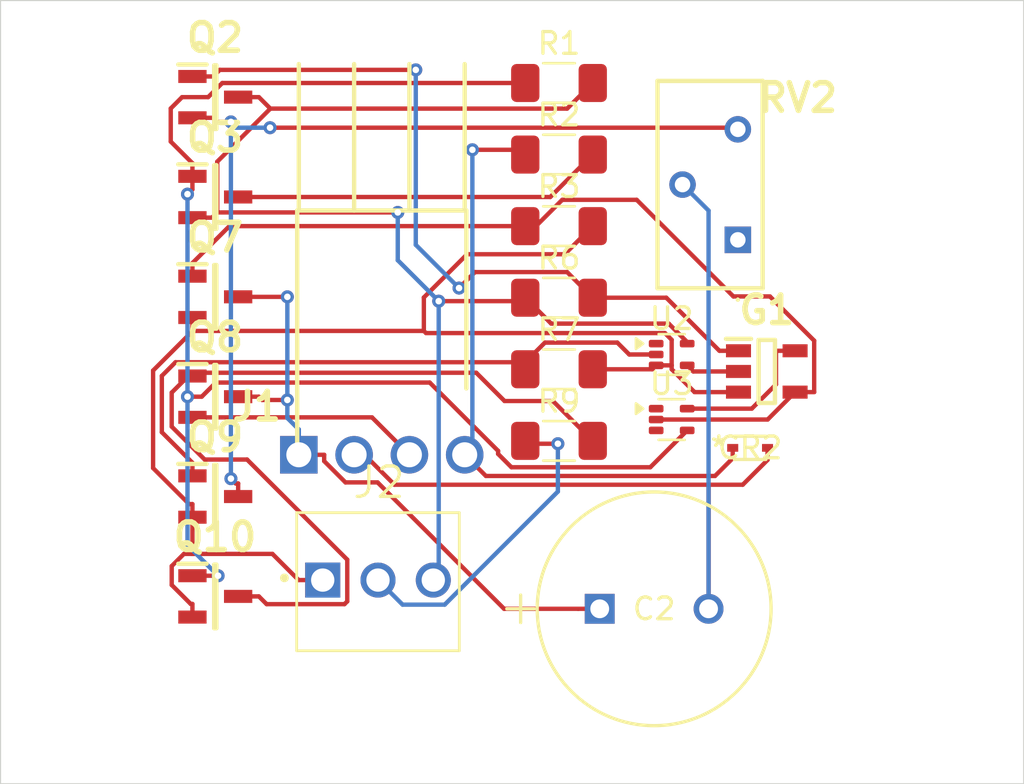
<source format=kicad_pcb>
(kicad_pcb (version 20241229) (generator "pcbnew") (generator_version "9.0")
  (layers (0 "F.Cu" signal) (2 "B.Cu" signal) (13 "F.Paste" user) (15 "B.Paste" user) (5 "F.SilkS" user "F.Silkscreen") (7 "B.SilkS" user "B.Silkscreen") (1 "F.Mask" user) (3 "B.Mask" user) (25 "Edge.Cuts" user))
  (net 0 "")
  (net 1 "V_cap+")
  (net 2 "V_cap-")
  (net 3 "Net-(RV2-CW)")
  (net 4 "C_Down")
  (net 5 "A0")
  (net 6 "Net-(G1-Pad2)")
  (net 7 "A3")
  (net 8 "GND")
  (net 9 "+5V")
  (net 10 "+12V")
  (net 11 "C_Up")
  (net 12 "A2")
  (net 13 "Net-(Q3-Pad3)")
  (net 14 "Vgate_enable")
  (net 15 "A1")
  (footprint "Package_TO_SOT_SMD:SOT-553" (layer "F.Cu") (at 94.83 40.77)
    (property "Reference" "U2" (at 0 -1.65 0) (layer "F.SilkS"))
    (property "Value" "74LVC1GU04DRL")
    (fp_line (start 0 -0.935) (end -0.6 -0.935) (stroke (width 0.12)) (layer "F.SilkS"))
    (fp_line (start 0 -0.935) (end 0.6 -0.935) (stroke (width 0.12)) (layer "F.SilkS"))
    (fp_line (start 0 0.935) (end -0.6 0.935) (stroke (width 0.12)) (layer "F.SilkS"))
    (fp_line (start 0 0.935) (end 0.6 0.935) (stroke (width 0.12)) (layer "F.SilkS"))
    (fp_poly (pts (xy -1.31 -0.5) (xy -1.64 -0.74) (xy -1.64 -0.26) (xy -1.31 -0.5)) (stroke (width 0.12)) (fill yes) (layer "F.SilkS"))
    (pad "1" smd roundrect (at -0.7125 -0.5) (size 0.675 0.35) (layers "F.Cu" "F.Mask" "F.Paste"))
    (pad "2" smd roundrect (at -0.7125 0) (size 0.675 0.35) (layers "F.Cu" "F.Mask" "F.Paste") (net 15 "A1"))
    (pad "3" smd roundrect (at -0.7125 0.5) (size 0.675 0.35) (layers "F.Cu" "F.Mask" "F.Paste") (net 8 "GND"))
    (pad "4" smd roundrect (at 0.7125 0.5) (size 0.675 0.35) (layers "F.Cu" "F.Mask" "F.Paste") (net 6 "Net-(G1-Pad2)"))
    (pad "5" smd roundrect (at 0.7125 -0.5) (size 0.675 0.35) (layers "F.Cu" "F.Mask" "F.Paste") (net 9 "+5V"))
  )
  (footprint "Package_TO_SOT_SMD:SOT-553" (layer "F.Cu") (at 94.83 43.76)
    (property "Reference" "U3" (at 0 -1.65 0) (layer "F.SilkS"))
    (property "Value" "74LVC1GU04DRL")
    (fp_line (start 0 -0.935) (end -0.6 -0.935) (stroke (width 0.12)) (layer "F.SilkS"))
    (fp_line (start 0 -0.935) (end 0.6 -0.935) (stroke (width 0.12)) (layer "F.SilkS"))
    (fp_line (start 0 0.935) (end -0.6 0.935) (stroke (width 0.12)) (layer "F.SilkS"))
    (fp_line (start 0 0.935) (end 0.6 0.935) (stroke (width 0.12)) (layer "F.SilkS"))
    (fp_poly (pts (xy -1.31 -0.5) (xy -1.64 -0.74) (xy -1.64 -0.26) (xy -1.31 -0.5)) (stroke (width 0.12)) (fill yes) (layer "F.SilkS"))
    (pad "1" smd roundrect (at -0.7125 -0.5) (size 0.675 0.35) (layers "F.Cu" "F.Mask" "F.Paste"))
    (pad "2" smd roundrect (at -0.7125 0) (size 0.675 0.35) (layers "F.Cu" "F.Mask" "F.Paste") (net 7 "A3"))
    (pad "3" smd roundrect (at -0.7125 0.5) (size 0.675 0.35) (layers "F.Cu" "F.Mask" "F.Paste"))
    (pad "4" smd roundrect (at 0.7125 0.5) (size 0.675 0.35) (layers "F.Cu" "F.Mask" "F.Paste") (net 12 "A2"))
    (pad "5" smd roundrect (at 0.7125 -0.5) (size 0.675 0.35) (layers "F.Cu" "F.Mask" "F.Paste") (net 9 "+5V"))
  )
  (footprint "594-MAL204835102E3:CAP_038RSU_10X20X.6_VIS" (layer "F.Cu") (at 91.5253 52.4603)
    (property "Reference" "C2" (at 2.5 0 0) (layer "F.SilkS"))
    (property "Value" "MAL204835102E3")
    (fp_line (start -4.2691 0) (end -2.9991 0) (stroke (width 0.1524)) (layer "F.SilkS"))
    (fp_line (start -3.6341 -0.635) (end -3.6341 0.635) (stroke (width 0.1524)) (layer "F.SilkS"))
    (fp_circle (center 2.5 0) (end 7.8721 0) (stroke (width 0.1524)) (fill no) (layer "F.SilkS"))
    (pad "1" thru_hole rect (at 0 0) (size 1.3716 1.3716) (drill 0.8636) (layers "*.Cu" "*.Mask") (net 2 "V_cap-"))
    (pad "2" thru_hole circle (at 5 0) (size 1.3716 1.3716) (drill 0.8636) (layers "*.Cu" "*.Mask") (net 1 "V_cap+"))
  )
  (footprint "EPSA_lib:SOT95P237X112-3N" (layer "F.Cu") (at 73.865 51.89)
    (property "Reference" "Q10" (at -0.013584 -2.730562 0) (layer "F.SilkS") (effects (font (size 1.27 1.27) (thickness 0.254))))
    (property "Value" "NMOS SQ2348ES-T1_GE3" (hide yes))
    (fp_line (start -1.7 -1.5) (end -0.4 -1.5) (stroke (width 0.2)) (layer "F.SilkS"))
    (fp_line (start -0.05 -1.46) (end 0.05 -1.46) (stroke (width 0.2)) (layer "F.SilkS"))
    (fp_line (start -0.05 1.46) (end -0.05 -1.46) (stroke (width 0.2)) (layer "F.SilkS"))
    (fp_line (start 0.05 -1.46) (end 0.05 1.46) (stroke (width 0.2)) (layer "F.SilkS"))
    (fp_line (start 0.05 1.46) (end -0.05 1.46) (stroke (width 0.2)) (layer "F.SilkS"))
    (pad "1" smd rect (at -1.05 -0.95 90) (size 0.6 1.3) (layers "F.Cu" "F.Mask" "F.Paste") (net 12 "A2"))
    (pad "2" smd rect (at -1.05 0.95 90) (size 0.6 1.3) (layers "F.Cu" "F.Mask" "F.Paste") (net 8 "GND"))
    (pad "3" smd rect (at 1.05 0 90) (size 0.6 1.3) (layers "F.Cu" "F.Mask" "F.Paste") (net 14 "Vgate_enable"))
  )
  (footprint "Resistor_SMD:R_1206_3216Metric_Pad1.30x1.75mm_HandSolder" (layer "F.Cu") (at 89.655 28.29)
    (property "Reference" "R1" (at 0 -1.82 0) (layer "F.SilkS"))
    (property "Value" "10k")
    (fp_line (start -0.727064 -0.91) (end 0.727064 -0.91) (stroke (width 0.12)) (layer "F.SilkS"))
    (fp_line (start -0.727064 0.91) (end 0.727064 0.91) (stroke (width 0.12)) (layer "F.SilkS"))
    (pad "1" smd roundrect (at -1.55 0) (size 1.3 1.75) (layers "F.Cu" "F.Mask" "F.Paste") (roundrect_rratio 0.192308) (net 12 "A2"))
    (pad "2" smd roundrect (at 1.55 0) (size 1.3 1.75) (layers "F.Cu" "F.Mask" "F.Paste") (roundrect_rratio 0.192308) (net 9 "+5V"))
  )
  (footprint "EPSA_lib:SOT95P237X112-3N" (layer "F.Cu") (at 73.865 38.12)
    (property "Reference" "Q7" (at -0.013584 -2.730562 0) (layer "F.SilkS") (effects (font (size 1.27 1.27) (thickness 0.254))))
    (property "Value" "NMOS SQ2348ES-T1_GE3" (hide yes))
    (fp_line (start -1.7 -1.5) (end -0.4 -1.5) (stroke (width 0.2)) (layer "F.SilkS"))
    (fp_line (start -0.05 -1.46) (end 0.05 -1.46) (stroke (width 0.2)) (layer "F.SilkS"))
    (fp_line (start -0.05 1.46) (end -0.05 -1.46) (stroke (width 0.2)) (layer "F.SilkS"))
    (fp_line (start 0.05 -1.46) (end 0.05 1.46) (stroke (width 0.2)) (layer "F.SilkS"))
    (fp_line (start 0.05 1.46) (end -0.05 1.46) (stroke (width 0.2)) (layer "F.SilkS"))
    (pad "1" smd rect (at -1.05 -0.95 90) (size 0.6 1.3) (layers "F.Cu" "F.Mask" "F.Paste") (net 7 "A3"))
    (pad "2" smd rect (at -1.05 0.95 90) (size 0.6 1.3) (layers "F.Cu" "F.Mask" "F.Paste") (net 8 "GND"))
    (pad "3" smd rect (at 1.05 0 90) (size 0.6 1.3) (layers "F.Cu" "F.Mask" "F.Paste") (net 2 "V_cap-"))
  )
  (footprint "Resistor_SMD:R_1206_3216Metric_Pad1.30x1.75mm_HandSolder" (layer "F.Cu") (at 89.655 41.45)
    (property "Reference" "R7" (at 0 -1.82 0) (layer "F.SilkS"))
    (property "Value" "10k")
    (fp_line (start -0.727064 -0.91) (end 0.727064 -0.91) (stroke (width 0.12)) (layer "F.SilkS"))
    (fp_line (start -0.727064 0.91) (end 0.727064 0.91) (stroke (width 0.12)) (layer "F.SilkS"))
    (pad "1" smd roundrect (at -1.55 0) (size 1.3 1.75) (layers "F.Cu" "F.Mask" "F.Paste") (roundrect_rratio 0.192308) (net 15 "A1"))
    (pad "2" smd roundrect (at 1.55 0) (size 1.3 1.75) (layers "F.Cu" "F.Mask" "F.Paste") (roundrect_rratio 0.192308) (net 8 "GND"))
  )
  (footprint "Resistor_SMD:R_1206_3216Metric_Pad1.30x1.75mm_HandSolder" (layer "F.Cu") (at 89.655 44.74)
    (property "Reference" "R9" (at 0 -1.82 0) (layer "F.SilkS"))
    (property "Value" "10k")
    (fp_line (start -0.727064 -0.91) (end 0.727064 -0.91) (stroke (width 0.12)) (layer "F.SilkS"))
    (fp_line (start -0.727064 0.91) (end 0.727064 0.91) (stroke (width 0.12)) (layer "F.SilkS"))
    (pad "1" smd roundrect (at -1.55 0) (size 1.3 1.75) (layers "F.Cu" "F.Mask" "F.Paste") (roundrect_rratio 0.192308) (net 10 "+12V"))
    (pad "2" smd roundrect (at 1.55 0) (size 1.3 1.75) (layers "F.Cu" "F.Mask" "F.Paste") (roundrect_rratio 0.192308) (net 14 "Vgate_enable"))
  )
  (footprint "EPSA_lib:HDRRA4W66P0X254_1X4_762X818X635P" (layer "F.Cu") (at 77.7025 45.38)
    (property "Reference" "J1" (at -1.93211 -2.21988 0) (layer "F.SilkS") (effects (font (size 1.27 1.27) (thickness 0.254))))
    (property "Value" "4P Angle 171857-4004" (hide yes))
    (fp_line (start -0.075 -11.23) (end 7.695 -11.23) (stroke (width 0.2)) (layer "F.SilkS"))
    (fp_line (start -0.075 0) (end -0.075 -11.23) (stroke (width 0.2)) (layer "F.SilkS"))
    (fp_line (start 0 -11.23) (end 0 -17.96) (stroke (width 0.2)) (layer "F.SilkS"))
    (fp_line (start 2.54 -11.23) (end 2.54 -17.96) (stroke (width 0.2)) (layer "F.SilkS"))
    (fp_line (start 5.08 -11.23) (end 5.08 -17.96) (stroke (width 0.2)) (layer "F.SilkS"))
    (fp_line (start 7.62 -11.23) (end 7.62 -17.96) (stroke (width 0.2)) (layer "F.SilkS"))
    (fp_line (start 7.695 -11.23) (end 7.695 -3.05) (stroke (width 0.2)) (layer "F.SilkS"))
    (pad "1" thru_hole rect (at 0 0) (size 1.725 1.725) (drill 1.15) (layers "*.Cu" "*.Mask") (net 2 "V_cap-"))
    (pad "2" thru_hole circle (at 2.54 0) (size 1.725 1.725) (drill 1.15) (layers "*.Cu" "*.Mask") (net 1 "V_cap+"))
    (pad "3" thru_hole circle (at 5.08 0) (size 1.725 1.725) (drill 1.15) (layers "*.Cu" "*.Mask") (net 11 "C_Up"))
    (pad "4" thru_hole circle (at 7.62 0) (size 1.725 1.725) (drill 1.15) (layers "*.Cu" "*.Mask") (net 4 "C_Down"))
  )
  (footprint "EPSA_lib:3296Y1223LF" (layer "F.Cu") (at 97.87 35.5)
    (property "Reference" "RV2" (at 2.754266 -6.530147 0) (layer "F.SilkS") (effects (font (size 1.27 1.27) (thickness 0.254))))
    (property "Value" "Varystor 3296Y-1-223LF" (hide yes))
    (fp_line (start -3.69 -7.305) (end -3.69 2.225) (stroke (width 0.2)) (layer "F.SilkS"))
    (fp_line (start -3.69 2.225) (end 1.14 2.225) (stroke (width 0.2)) (layer "F.SilkS"))
    (fp_line (start 0 2.7) (end 0 2.7) (stroke (width 0.1)) (layer "F.SilkS"))
    (fp_line (start 0 2.8) (end 0 2.8) (stroke (width 0.1)) (layer "F.SilkS"))
    (fp_line (start 1.14 -7.305) (end -3.69 -7.305) (stroke (width 0.2)) (layer "F.SilkS"))
    (fp_line (start 1.14 2.225) (end 1.14 -7.305) (stroke (width 0.2)) (layer "F.SilkS"))
    (fp_arc (start 0 2.7) (mid 0.05 2.75) (end 0 2.8) (stroke (width 0.1)) (layer "F.SilkS"))
    (fp_arc (start 0 2.8) (mid -0.05 2.75) (end 0 2.7) (stroke (width 0.1)) (layer "F.SilkS"))
    (pad "1" thru_hole rect (at 0 0) (size 1.217 1.217) (drill 0.71) (layers "*.Cu" "*.Mask"))
    (pad "2" thru_hole circle (at -2.54 -2.54) (size 1.217 1.217) (drill 0.71) (layers "*.Cu" "*.Mask") (net 1 "V_cap+"))
    (pad "3" thru_hole circle (at 0 -5.08) (size 1.217 1.217) (drill 0.71) (layers "*.Cu" "*.Mask") (net 3 "Net-(RV2-CW)"))
  )
  (footprint "RB751S40T1G:DIODE_SOD523_1P3XP9_ONS" (layer "F.Cu") (at 98.4343 45.0616)
    (property "Reference" "CR2" (at 0 0 0) (layer "F.SilkS"))
    (property "Value" "RB751S40T1G")
    (fp_line (start -0.7239 0.5334) (end 0.7239 0.5334) (stroke (width 0.1524)) (layer "F.SilkS"))
    (fp_line (start 0.7239 -0.5334) (end -0.7239 -0.5334) (stroke (width 0.1524)) (layer "F.SilkS"))
    (fp_text user "*" (at -1.4351 0 0) (layer "F.SilkS"))
    (fp_text user "*" (at -1.4351 0 0) (layer "F.SilkS"))
    (pad "1" smd rect (at -0.8001 0) (size 0.508 0.3556) (layers "F.Cu" "F.Mask" "F.Paste") (net 4 "C_Down"))
    (pad "2" smd rect (at 0.8001 0) (size 0.508 0.3556) (layers "F.Cu" "F.Mask" "F.Paste") (net 1 "V_cap+"))
  )
  (footprint "EPSA_lib:SOT95P237X112-3N" (layer "F.Cu") (at 73.865 28.94)
    (property "Reference" "Q2" (at -0.013584 -2.730562 0) (layer "F.SilkS") (effects (font (size 1.27 1.27) (thickness 0.254))))
    (property "Value" "PMOS SI2343CDS-T1-GE3" (hide yes))
    (fp_line (start -1.7 -1.5) (end -0.4 -1.5) (stroke (width 0.2)) (layer "F.SilkS"))
    (fp_line (start -0.05 -1.46) (end 0.05 -1.46) (stroke (width 0.2)) (layer "F.SilkS"))
    (fp_line (start -0.05 1.46) (end -0.05 -1.46) (stroke (width 0.2)) (layer "F.SilkS"))
    (fp_line (start 0.05 -1.46) (end 0.05 1.46) (stroke (width 0.2)) (layer "F.SilkS"))
    (fp_line (start 0.05 1.46) (end -0.05 1.46) (stroke (width 0.2)) (layer "F.SilkS"))
    (pad "1" smd rect (at -1.05 -0.95 90) (size 0.6 1.3) (layers "F.Cu" "F.Mask" "F.Paste") (net 5 "A0"))
    (pad "2" smd rect (at -1.05 0.95 90) (size 0.6 1.3) (layers "F.Cu" "F.Mask" "F.Paste") (net 3 "Net-(RV2-CW)"))
    (pad "3" smd rect (at 1.05 0 90) (size 0.6 1.3) (layers "F.Cu" "F.Mask" "F.Paste") (net 9 "+5V"))
  )
  (footprint "EPSA_lib:SOT95P280X145-5N" (layer "F.Cu") (at 99.2 41.55)
    (property "Reference" "G1" (at 0 -2.821039 0) (layer "F.SilkS") (effects (font (size 1.27 1.27) (thickness 0.254))))
    (property "Value" "Gate NAND SN74AHCT1G00DBVR" (hide yes))
    (fp_line (start -1.875 -1.5) (end -0.725 -1.5) (stroke (width 0.2)) (layer "F.SilkS"))
    (fp_line (start -0.375 -1.45) (end 0.375 -1.45) (stroke (width 0.2)) (layer "F.SilkS"))
    (fp_line (start -0.375 1.45) (end -0.375 -1.45) (stroke (width 0.2)) (layer "F.SilkS"))
    (fp_line (start 0.375 -1.45) (end 0.375 1.45) (stroke (width 0.2)) (layer "F.SilkS"))
    (fp_line (start 0.375 1.45) (end -0.375 1.45) (stroke (width 0.2)) (layer "F.SilkS"))
    (pad "1" smd rect (at -1.3 -0.95 90) (size 0.6 1.15) (layers "F.Cu" "F.Mask" "F.Paste") (net 5 "A0"))
    (pad "2" smd rect (at -1.3 0 90) (size 0.6 1.15) (layers "F.Cu" "F.Mask" "F.Paste") (net 6 "Net-(G1-Pad2)"))
    (pad "3" smd rect (at -1.3 0.95 90) (size 0.6 1.15) (layers "F.Cu" "F.Mask" "F.Paste") (net 8 "GND"))
    (pad "4" smd rect (at 1.3 0.95 90) (size 0.6 1.15) (layers "F.Cu" "F.Mask" "F.Paste") (net 7 "A3"))
    (pad "5" smd rect (at 1.3 -0.95 90) (size 0.6 1.15) (layers "F.Cu" "F.Mask" "F.Paste") (net 9 "+5V"))
  )
  (footprint "Resistor_SMD:R_1206_3216Metric_Pad1.30x1.75mm_HandSolder" (layer "F.Cu") (at 89.655 34.87)
    (property "Reference" "R3" (at 0 -1.82 0) (layer "F.SilkS"))
    (property "Value" "10k")
    (fp_line (start -0.727064 -0.91) (end 0.727064 -0.91) (stroke (width 0.12)) (layer "F.SilkS"))
    (fp_line (start -0.727064 0.91) (end 0.727064 0.91) (stroke (width 0.12)) (layer "F.SilkS"))
    (pad "1" smd roundrect (at -1.55 0) (size 1.3 1.75) (layers "F.Cu" "F.Mask" "F.Paste") (roundrect_rratio 0.192308) (net 7 "A3"))
    (pad "2" smd roundrect (at 1.55 0) (size 1.3 1.75) (layers "F.Cu" "F.Mask" "F.Paste") (roundrect_rratio 0.192308) (net 8 "GND"))
  )
  (footprint "EPSA_lib:SOT95P237X112-3N" (layer "F.Cu") (at 73.865 42.71)
    (property "Reference" "Q8" (at -0.013584 -2.730562 0) (layer "F.SilkS") (effects (font (size 1.27 1.27) (thickness 0.254))))
    (property "Value" "NMOS SQ2348ES-T1_GE3" (hide yes))
    (fp_line (start -1.7 -1.5) (end -0.4 -1.5) (stroke (width 0.2)) (layer "F.SilkS"))
    (fp_line (start -0.05 -1.46) (end 0.05 -1.46) (stroke (width 0.2)) (layer "F.SilkS"))
    (fp_line (start -0.05 1.46) (end -0.05 -1.46) (stroke (width 0.2)) (layer "F.SilkS"))
    (fp_line (start 0.05 -1.46) (end 0.05 1.46) (stroke (width 0.2)) (layer "F.SilkS"))
    (fp_line (start 0.05 1.46) (end -0.05 1.46) (stroke (width 0.2)) (layer "F.SilkS"))
    (pad "1" smd rect (at -1.05 -0.95 90) (size 0.6 1.3) (layers "F.Cu" "F.Mask" "F.Paste") (net 14 "Vgate_enable"))
    (pad "2" smd rect (at -1.05 0.95 90) (size 0.6 1.3) (layers "F.Cu" "F.Mask" "F.Paste") (net 11 "C_Up"))
    (pad "3" smd rect (at 1.05 0 90) (size 0.6 1.3) (layers "F.Cu" "F.Mask" "F.Paste") (net 2 "V_cap-"))
  )
  (footprint "EPSA_lib:SOT95P237X112-3N" (layer "F.Cu") (at 73.865 47.3)
    (property "Reference" "Q9" (at -0.013584 -2.730562 0) (layer "F.SilkS") (effects (font (size 1.27 1.27) (thickness 0.254))))
    (property "Value" "NMOS SQ2348ES-T1_GE3" (hide yes))
    (fp_line (start -1.7 -1.5) (end -0.4 -1.5) (stroke (width 0.2)) (layer "F.SilkS"))
    (fp_line (start -0.05 -1.46) (end 0.05 -1.46) (stroke (width 0.2)) (layer "F.SilkS"))
    (fp_line (start -0.05 1.46) (end -0.05 -1.46) (stroke (width 0.2)) (layer "F.SilkS"))
    (fp_line (start 0.05 -1.46) (end 0.05 1.46) (stroke (width 0.2)) (layer "F.SilkS"))
    (fp_line (start 0.05 1.46) (end -0.05 1.46) (stroke (width 0.2)) (layer "F.SilkS"))
    (pad "1" smd rect (at -1.05 -0.95 90) (size 0.6 1.3) (layers "F.Cu" "F.Mask" "F.Paste") (net 15 "A1"))
    (pad "2" smd rect (at -1.05 0.95 90) (size 0.6 1.3) (layers "F.Cu" "F.Mask" "F.Paste") (net 8 "GND"))
    (pad "3" smd rect (at 1.05 0 90) (size 0.6 1.3) (layers "F.Cu" "F.Mask" "F.Paste") (net 3 "Net-(RV2-CW)"))
  )
  (footprint "EPSA_lib:SOT95P237X112-3N" (layer "F.Cu") (at 73.865 33.53)
    (property "Reference" "Q3" (at -0.013584 -2.730562 0) (layer "F.SilkS") (effects (font (size 1.27 1.27) (thickness 0.254))))
    (property "Value" "PMOS SI2343CDS-T1-GE3" (hide yes))
    (fp_line (start -1.7 -1.5) (end -0.4 -1.5) (stroke (width 0.2)) (layer "F.SilkS"))
    (fp_line (start -0.05 -1.46) (end 0.05 -1.46) (stroke (width 0.2)) (layer "F.SilkS"))
    (fp_line (start -0.05 1.46) (end -0.05 -1.46) (stroke (width 0.2)) (layer "F.SilkS"))
    (fp_line (start 0.05 -1.46) (end 0.05 1.46) (stroke (width 0.2)) (layer "F.SilkS"))
    (fp_line (start 0.05 1.46) (end -0.05 1.46) (stroke (width 0.2)) (layer "F.SilkS"))
    (pad "1" smd rect (at -1.05 -0.95 90) (size 0.6 1.3) (layers "F.Cu" "F.Mask" "F.Paste") (net 12 "A2"))
    (pad "2" smd rect (at -1.05 0.95 90) (size 0.6 1.3) (layers "F.Cu" "F.Mask" "F.Paste") (net 9 "+5V"))
    (pad "3" smd rect (at 1.05 0 90) (size 0.6 1.3) (layers "F.Cu" "F.Mask" "F.Paste") (net 13 "Net-(Q3-Pad3)"))
  )
  (footprint "Resistor_SMD:R_1206_3216Metric_Pad1.30x1.75mm_HandSolder" (layer "F.Cu") (at 89.655 31.58)
    (property "Reference" "R2" (at 0 -1.82 0) (layer "F.SilkS"))
    (property "Value" "1k")
    (fp_line (start -0.727064 -0.91) (end 0.727064 -0.91) (stroke (width 0.12)) (layer "F.SilkS"))
    (fp_line (start -0.727064 0.91) (end 0.727064 0.91) (stroke (width 0.12)) (layer "F.SilkS"))
    (pad "1" smd roundrect (at -1.55 0) (size 1.3 1.75) (layers "F.Cu" "F.Mask" "F.Paste") (roundrect_rratio 0.192308) (net 4 "C_Down"))
    (pad "2" smd roundrect (at 1.55 0) (size 1.3 1.75) (layers "F.Cu" "F.Mask" "F.Paste") (roundrect_rratio 0.192308) (net 13 "Net-(Q3-Pad3)"))
  )
  (footprint "Resistor_SMD:R_1206_3216Metric_Pad1.30x1.75mm_HandSolder" (layer "F.Cu") (at 89.655 38.16)
    (property "Reference" "R6" (at 0 -1.82 0) (layer "F.SilkS"))
    (property "Value" "10k")
    (fp_line (start -0.727064 -0.91) (end 0.727064 -0.91) (stroke (width 0.12)) (layer "F.SilkS"))
    (fp_line (start -0.727064 0.91) (end 0.727064 0.91) (stroke (width 0.12)) (layer "F.SilkS"))
    (pad "1" smd roundrect (at -1.55 0) (size 1.3 1.75) (layers "F.Cu" "F.Mask" "F.Paste") (roundrect_rratio 0.192308) (net 9 "+5V"))
    (pad "2" smd roundrect (at 1.55 0) (size 1.3 1.75) (layers "F.Cu" "F.Mask" "F.Paste") (roundrect_rratio 0.192308) (net 5 "A0"))
  )
  (footprint "EPSA_lib:MOLEX_22-11-2032" (layer "F.Cu") (at 78.8 51.14)
    (property "Reference" "J2" (at 2.585 -4.489 0) (layer "F.SilkS") (effects (font (size 1.4 1.4))))
    (property "Value" "3P Droit 22-11-2032")
    (fp_line (start -1.195 -3.1) (end -1.195 3.25) (stroke (width 0.127)) (layer "F.SilkS"))
    (fp_line (start -1.195 3.25) (end 6.275 3.25) (stroke (width 0.127)) (layer "F.SilkS"))
    (fp_line (start 6.275 -3.1) (end -1.195 -3.1) (stroke (width 0.127)) (layer "F.SilkS"))
    (fp_line (start 6.275 3.25) (end 6.275 -3.1) (stroke (width 0.127)) (layer "F.SilkS"))
    (fp_circle (center -1.76 -0.1) (end -1.66 -0.1) (stroke (width 0.2)) (fill no) (layer "F.SilkS"))
    (pad "1" thru_hole rect (at 0 0) (size 1.61 1.61) (drill 1.07) (layers "*.Cu" "*.Mask") (net 8 "GND"))
    (pad "2" thru_hole circle (at 2.54 0) (size 1.61 1.61) (drill 1.07) (layers "*.Cu" "*.Mask") (net 10 "+12V"))
    (pad "3" thru_hole circle (at 5.08 0) (size 1.61 1.61) (drill 1.07) (layers "*.Cu" "*.Mask") (net 9 "+5V"))
  )
  (gr_rect (start 64 24.5) (end 111 60.5) (stroke (width 0.05)) (fill no) (layer "Edge.Cuts"))
  (segment (start 80.7195 45.38) (end 82.0959 46.7564) (width 0.2) (layer "F.Cu") (net 1))
  (segment (start 98.0957 46.7564) (end 96.5253 46.7564) (width 0.2) (layer "F.Cu") (net 1))
  (segment (start 82.0959 46.7564) (end 96.5253 46.7564) (width 0.2) (layer "F.Cu") (net 1))
  (segment (start 99.2344 45.6177) (end 98.0957 46.7564) (width 0.2) (layer "F.Cu") (net 1))
  (segment (start 96.5253 46.7564) (end 96.5253 52.4603) (width 0.2) (layer "F.Cu") (net 1))
  (segment (start 99.2344 45.0616) (end 99.2344 45.6177) (width 0.2) (layer "F.Cu") (net 1))
  (segment (start 80.2425 45.38) (end 80.7195 45.38) (width 0.2) (layer "F.Cu") (net 1))
  (segment (start 96.5253 52.4603) (end 96.5253 34.1553) (width 0.2) (layer "B.Cu") (net 1))
  (segment (start 96.5253 34.1553) (end 95.33 32.96) (width 0.2) (layer "B.Cu") (net 1))
  (segment (start 78.8667 45.6712) (end 79.8451 46.6496) (width 0.2) (layer "F.Cu") (net 2))
  (segment (start 81.3212 46.6496) (end 87.1319 52.4603) (width 0.2) (layer "F.Cu") (net 2))
  (segment (start 74.915 38.12) (end 77.175 38.12) (width 0.2) (layer "F.Cu") (net 2))
  (segment (start 77.175 42.86) (end 76.0167 42.86) (width 0.2) (layer "F.Cu") (net 2))
  (segment (start 78.2846 45.38) (end 77.7025 45.38) (width 0.2) (layer "F.Cu") (net 2))
  (segment (start 91.5253 52.4603) (end 90.5378 52.4603) (width 0.2) (layer "F.Cu") (net 2))
  (segment (start 78.8667 45.38) (end 78.8667 45.6712) (width 0.2) (layer "F.Cu") (net 2))
  (segment (start 87.1319 52.4603) (end 90.5378 52.4603) (width 0.2) (layer "F.Cu") (net 2))
  (segment (start 76.0167 42.86) (end 75.8667 42.71) (width 0.2) (layer "F.Cu") (net 2))
  (segment (start 78.2846 45.38) (end 78.8667 45.38) (width 0.2) (layer "F.Cu") (net 2))
  (segment (start 74.915 42.71) (end 75.8667 42.71) (width 0.2) (layer "F.Cu") (net 2))
  (segment (start 79.8451 46.6496) (end 81.3212 46.6496) (width 0.2) (layer "F.Cu") (net 2))
  (via (at 77.175 38.12) (size 0.6) (drill 0.3) (layers "F.Cu" "B.Cu") (net 2))
  (via (at 77.175 42.86) (size 0.6) (drill 0.3) (layers "F.Cu" "B.Cu") (net 2))
  (segment (start 77.175 43.6883) (end 77.175 42.86) (width 0.2) (layer "B.Cu") (net 2))
  (segment (start 77.175 42.86) (end 77.175 38.12) (width 0.2) (layer "B.Cu") (net 2))
  (segment (start 77.7025 44.2158) (end 77.175 43.6883) (width 0.2) (layer "B.Cu") (net 2))
  (segment (start 77.7025 45.38) (end 77.7025 44.2158) (width 0.2) (layer "B.Cu") (net 2))
  (segment (start 97.7952 30.3452) (end 76.3799 30.3452) (width 0.2) (layer "F.Cu") (net 3))
  (segment (start 97.87 30.42) (end 97.7952 30.3452) (width 0.2) (layer "F.Cu") (net 3))
  (segment (start 74.915 46.6983) (end 74.8034 46.6983) (width 0.2) (layer "F.Cu") (net 3))
  (segment (start 74.915 47.3) (end 74.915 46.6983) (width 0.2) (layer "F.Cu") (net 3))
  (segment (start 73.7667 29.89) (end 73.9558 30.0791) (width 0.2) (layer "F.Cu") (net 3))
  (segment (start 72.815 29.89) (end 73.7667 29.89) (width 0.2) (layer "F.Cu") (net 3))
  (segment (start 74.8034 46.6983) (end 74.5825 46.4774) (width 0.2) (layer "F.Cu") (net 3))
  (segment (start 73.9558 30.0791) (end 74.5825 30.0791) (width 0.2) (layer "F.Cu") (net 3))
  (via (at 76.3799 30.3452) (size 0.6) (drill 0.3) (layers "F.Cu" "B.Cu") (net 3))
  (via (at 74.5825 30.0791) (size 0.6) (drill 0.3) (layers "F.Cu" "B.Cu") (net 3))
  (via (at 74.5825 46.4774) (size 0.6) (drill 0.3) (layers "F.Cu" "B.Cu") (net 3))
  (segment (start 74.5825 30.0791) (end 74.5825 30.3452) (width 0.2) (layer "B.Cu") (net 3))
  (segment (start 74.5825 30.3452) (end 76.3799 30.3452) (width 0.2) (layer "B.Cu") (net 3))
  (segment (start 74.5825 30.3452) (end 74.5825 46.4774) (width 0.2) (layer "B.Cu") (net 3))
  (segment (start 88.105 31.58) (end 87.8856 31.3606) (width 0.2) (layer "F.Cu") (net 4))
  (segment (start 87.8856 31.3606) (end 85.6752 31.3606) (width 0.2) (layer "F.Cu") (net 4))
  (segment (start 85.3225 45.38) (end 86.2972 46.3547) (width 0.2) (layer "F.Cu") (net 4))
  (segment (start 97.6342 45.0616) (end 97.6342 45.5411) (width 0.2) (layer "F.Cu") (net 4))
  (segment (start 96.8206 46.3547) (end 97.6342 45.5411) (width 0.2) (layer "F.Cu") (net 4))
  (segment (start 86.2972 46.3547) (end 96.8206 46.3547) (width 0.2) (layer "F.Cu") (net 4))
  (via (at 85.6752 31.3606) (size 0.6) (drill 0.3) (layers "F.Cu" "B.Cu") (net 4))
  (segment (start 85.3225 45.38) (end 85.6752 45.0273) (width 0.2) (layer "B.Cu") (net 4))
  (segment (start 85.6752 45.0273) (end 85.6752 31.3606) (width 0.2) (layer "B.Cu") (net 4))
  (segment (start 90.0273 36.9823) (end 91.205 38.16) (width 0.2) (layer "F.Cu") (net 5))
  (segment (start 85.0619 37.7163) (end 85.7959 36.9823) (width 0.2) (layer "F.Cu") (net 5))
  (segment (start 83.075 27.6868) (end 74.0699 27.6868) (width 0.2) (layer "F.Cu") (net 5))
  (segment (start 74.0699 27.6868) (end 73.7667 27.99) (width 0.2) (layer "F.Cu") (net 5))
  (segment (start 72.815 27.99) (end 73.7667 27.99) (width 0.2) (layer "F.Cu") (net 5))
  (segment (start 97.9 40.6) (end 97.0233 40.6) (width 0.2) (layer "F.Cu") (net 5))
  (segment (start 94.5833 38.16) (end 91.205 38.16) (width 0.2) (layer "F.Cu") (net 5))
  (segment (start 85.7959 36.9823) (end 90.0273 36.9823) (width 0.2) (layer "F.Cu") (net 5))
  (segment (start 97.0233 40.6) (end 94.5833 38.16) (width 0.2) (layer "F.Cu") (net 5))
  (via (at 85.0619 37.7163) (size 0.6) (drill 0.3) (layers "F.Cu" "B.Cu") (net 5))
  (via (at 83.075 27.6868) (size 0.6) (drill 0.3) (layers "F.Cu" "B.Cu") (net 5))
  (segment (start 83.075 27.6868) (end 83.075 35.7294) (width 0.2) (layer "B.Cu") (net 5))
  (segment (start 83.075 35.7294) (end 85.0619 37.7163) (width 0.2) (layer "B.Cu") (net 5))
  (segment (start 95.8225 41.55) (end 95.5425 41.27) (width 0.2) (layer "F.Cu") (net 6))
  (segment (start 97.9 41.55) (end 95.8225 41.55) (width 0.2) (layer "F.Cu") (net 6))
  (segment (start 74.5133 34.87) (end 72.815 36.5683) (width 0.2) (layer "F.Cu") (net 7))
  (segment (start 101.3767 40.1344) (end 101.3767 42.5) (width 0.2) (layer "F.Cu") (net 7))
  (segment (start 99.3434 38.1011) (end 101.3767 40.1344) (width 0.2) (layer "F.Cu") (net 7))
  (segment (start 88.5938 34.87) (end 89.8035 33.6603) (width 0.2) (layer "F.Cu") (net 7))
  (segment (start 100.5 42.5) (end 101.3767 42.5) (width 0.2) (layer "F.Cu") (net 7))
  (segment (start 88.105 34.87) (end 88.5938 34.87) (width 0.2) (layer "F.Cu") (net 7))
  (segment (start 97.6648 38.1011) (end 99.3434 38.1011) (width 0.2) (layer "F.Cu") (net 7))
  (segment (start 72.815 37.17) (end 72.815 36.5683) (width 0.2) (layer "F.Cu") (net 7))
  (segment (start 94.1175 43.76) (end 99.24 43.76) (width 0.2) (layer "F.Cu") (net 7))
  (segment (start 88.105 34.87) (end 74.5133 34.87) (width 0.2) (layer "F.Cu") (net 7))
  (segment (start 89.8035 33.6603) (end 93.224 33.6603) (width 0.2) (layer "F.Cu") (net 7))
  (segment (start 93.224 33.6603) (end 97.6648 38.1011) (width 0.2) (layer "F.Cu") (net 7))
  (segment (start 99.24 43.76) (end 100.5 42.5) (width 0.2) (layer "F.Cu") (net 7))
  (segment (start 72.7365 52.2383) (end 72.815 52.2383) (width 0.2) (layer "F.Cu") (net 8))
  (segment (start 94.523 39.7871) (end 83.5474 39.7871) (width 0.2) (layer "F.Cu") (net 8))
  (segment (start 71.008 45.9917) (end 72.6646 47.6483) (width 0.2) (layer "F.Cu") (net 8))
  (segment (start 71.8632 50.4972) (end 71.8632 51.365) (width 0.2) (layer "F.Cu") (net 8))
  (segment (start 77.6933 51.14) (end 76.4899 49.9366) (width 0.2) (layer "F.Cu") (net 8))
  (segment (start 72.8294 39.6861) (end 83.4464 39.6861) (width 0.2) (layer "F.Cu") (net 8))
  (segment (start 78.8 51.14) (end 77.6933 51.14) (width 0.2) (layer "F.Cu") (net 8))
  (segment (start 89.9125 36.1625) (end 85.4332 36.1625) (width 0.2) (layer "F.Cu") (net 8))
  (segment (start 91.205 41.45) (end 93.9375 41.45) (width 0.2) (layer "F.Cu") (net 8))
  (segment (start 72.4238 49.9366) (end 71.8632 50.4972) (width 0.2) (layer "F.Cu") (net 8))
  (segment (start 97.9 42.5) (end 95.8819 42.5) (width 0.2) (layer "F.Cu") (net 8))
  (segment (start 94.83 41.4481) (end 94.83 41.27) (width 0.2) (layer "F.Cu") (net 8))
  (segment (start 94.83 41.27) (end 94.1175 41.27) (width 0.2) (layer "F.Cu") (net 8))
  (segment (start 72.8294 39.6861) (end 71.008 41.5075) (width 0.2) (layer "F.Cu") (net 8))
  (segment (start 76.4899 49.9366) (end 72.815 49.9366) (width 0.2) (layer "F.Cu") (net 8))
  (segment (start 94.83 40.0941) (end 94.523 39.7871) (width 0.2) (layer "F.Cu") (net 8))
  (segment (start 93.9375 41.45) (end 94.1175 41.27) (width 0.2) (layer "F.Cu") (net 8))
  (segment (start 94.83 41.27) (end 94.83 40.0941) (width 0.2) (layer "F.Cu") (net 8))
  (segment (start 72.8294 39.6861) (end 72.815 39.6717) (width 0.2) (layer "F.Cu") (net 8))
  (segment (start 72.815 49.9366) (end 72.4238 49.9366) (width 0.2) (layer "F.Cu") (net 8))
  (segment (start 72.815 39.07) (end 72.815 39.6717) (width 0.2) (layer "F.Cu") (net 8))
  (segment (start 95.8819 42.5) (end 94.83 41.4481) (width 0.2) (layer "F.Cu") (net 8))
  (segment (start 72.815 52.84) (end 72.815 52.2383) (width 0.2) (layer "F.Cu") (net 8))
  (segment (start 71.8632 51.365) (end 72.7365 52.2383) (width 0.2) (layer "F.Cu") (net 8))
  (segment (start 83.5474 39.7871) (end 83.4464 39.6861) (width 0.2) (layer "F.Cu") (net 8))
  (segment (start 72.815 48.25) (end 72.815 47.6483) (width 0.2) (layer "F.Cu") (net 8))
  (segment (start 71.008 41.5075) (end 71.008 45.9917) (width 0.2) (layer "F.Cu") (net 8))
  (segment (start 91.205 34.87) (end 89.9125 36.1625) (width 0.2) (layer "F.Cu") (net 8))
  (segment (start 72.815 49.9366) (end 72.815 48.25) (width 0.2) (layer "F.Cu") (net 8))
  (segment (start 72.6646 47.6483) (end 72.815 47.6483) (width 0.2) (layer "F.Cu") (net 8))
  (segment (start 85.4332 36.1625) (end 83.4464 38.1493) (width 0.2) (layer "F.Cu") (net 8))
  (segment (start 83.4464 38.1493) (end 83.4464 39.6861) (width 0.2) (layer "F.Cu") (net 8))
  (segment (start 73.9552 31.9069) (end 73.9552 34.2398) (width 0.2) (layer "F.Cu") (net 9))
  (segment (start 91.205 28.29) (end 90.0273 29.4677) (width 0.2) (layer "F.Cu") (net 9))
  (segment (start 98.5096 43.26) (end 99.6233 42.1463) (width 0.2) (layer "F.Cu") (net 9))
  (segment (start 95.5425 40.1982) (end 95.5425 40.27) (width 0.2) (layer "F.Cu") (net 9))
  (segment (start 76.3944 29.4677) (end 73.9552 31.9069) (width 0.2) (layer "F.Cu") (net 9))
  (segment (start 99.6233 42.1463) (end 99.6233 40.6) (width 0.2) (layer "F.Cu") (net 9))
  (segment (start 73.9552 34.2398) (end 82.2478 34.2398) (width 0.2) (layer "F.Cu") (net 9))
  (segment (start 75.3909 28.94) (end 75.8667 28.94) (width 0.2) (layer "F.Cu") (net 9))
  (segment (start 100.5 40.6) (end 99.6233 40.6) (width 0.2) (layer "F.Cu") (net 9))
  (segment (start 94.695 39.3507) (end 95.5425 40.1982) (width 0.2) (layer "F.Cu") (net 9))
  (segment (start 87.9466 38.3184) (end 84.1284 38.3184) (width 0.2) (layer "F.Cu") (net 9))
  (segment (start 88.105 38.16) (end 89.2957 39.3507) (width 0.2) (layer "F.Cu") (net 9))
  (segment (start 95.5425 43.26) (end 98.5096 43.26) (width 0.2) (layer "F.Cu") (net 9))
  (segment (start 75.3909 28.94) (end 74.915 28.94) (width 0.2) (layer "F.Cu") (net 9))
  (segment (start 90.0273 29.4677) (end 76.3944 29.4677) (width 0.2) (layer "F.Cu") (net 9))
  (segment (start 76.3944 29.4677) (end 75.8667 28.94) (width 0.2) (layer "F.Cu") (net 9))
  (segment (start 73.7667 34.4283) (end 73.9552 34.2398) (width 0.2) (layer "F.Cu") (net 9))
  (segment (start 73.7667 34.48) (end 73.7667 34.4283) (width 0.2) (layer "F.Cu") (net 9))
  (segment (start 72.815 34.48) (end 73.7667 34.48) (width 0.2) (layer "F.Cu") (net 9))
  (segment (start 89.2957 39.3507) (end 94.695 39.3507) (width 0.2) (layer "F.Cu") (net 9))
  (segment (start 88.105 38.16) (end 87.9466 38.3184) (width 0.2) (layer "F.Cu") (net 9))
  (via (at 82.2478 34.2398) (size 0.6) (drill 0.3) (layers "F.Cu" "B.Cu") (net 9))
  (via (at 84.1284 38.3184) (size 0.6) (drill 0.3) (layers "F.Cu" "B.Cu") (net 9))
  (segment (start 83.88 51.14) (end 84.1284 50.8916) (width 0.2) (layer "B.Cu") (net 9))
  (segment (start 84.1284 50.8916) (end 84.1284 38.3184) (width 0.2) (layer "B.Cu") (net 9))
  (segment (start 82.2478 36.4378) (end 82.2478 34.2398) (width 0.2) (layer "B.Cu") (net 9))
  (segment (start 84.1284 38.3184) (end 82.2478 36.4378) (width 0.2) (layer "B.Cu") (net 9))
  (segment (start 88.2374 44.8724) (end 88.105 44.74) (width 0.2) (layer "F.Cu") (net 10))
  (segment (start 89.603 44.8724) (end 88.2374 44.8724) (width 0.2) (layer "F.Cu") (net 10))
  (via (at 89.603 44.8724) (size 0.6) (drill 0.3) (layers "F.Cu" "B.Cu") (net 10))
  (segment (start 81.34 51.14) (end 82.469 52.269) (width 0.2) (layer "B.Cu") (net 10))
  (segment (start 89.603 47.0704) (end 89.603 44.8724) (width 0.2) (layer "B.Cu") (net 10))
  (segment (start 84.4044 52.269) (end 89.603 47.0704) (width 0.2) (layer "B.Cu") (net 10))
  (segment (start 82.469 52.269) (end 84.4044 52.269) (width 0.2) (layer "B.Cu") (net 10))
  (segment (start 81.0625 43.66) (end 82.7825 45.38) (width 0.2) (layer "F.Cu") (net 11))
  (segment (start 72.815 43.66) (end 73.7667 43.66) (width 0.2) (layer "F.Cu") (net 11))
  (segment (start 73.7667 43.66) (end 81.0625 43.66) (width 0.2) (layer "F.Cu") (net 11))
  (segment (start 74.187 28.29) (end 73.537 28.94) (width 0.2) (layer "F.Cu") (net 12))
  (segment (start 95.5425 44.26) (end 93.8495 45.953) (width 0.2) (layer "F.Cu") (net 12))
  (segment (start 93.8495 45.953) (end 87.4689 45.953) (width 0.2) (layer "F.Cu") (net 12))
  (segment (start 72.5881 33.3994) (end 72.8058 33.1817) (width 0.2) (layer "F.Cu") (net 12))
  (segment (start 88.105 28.29) (end 74.187 28.29) (width 0.2) (layer "F.Cu") (net 12))
  (segment (start 72.815 50.94) (end 73.9943 50.94) (width 0.2) (layer "F.Cu") (net 12))
  (segment (start 72.815 32.58) (end 72.815 31.9783) (width 0.2) (layer "F.Cu") (net 12))
  (segment (start 73.8916 42.0601) (end 73.2417 42.71) (width 0.2) (layer "F.Cu") (net 12))
  (segment (start 86.8565 45.3406) (end 86.8565 45.2002) (width 0.2) (layer "F.Cu") (net 12))
  (segment (start 72.8058 33.1817) (end 72.815 33.1817) (width 0.2) (layer "F.Cu") (net 12))
  (segment (start 71.8184 30.9817) (end 72.815 31.9783) (width 0.2) (layer "F.Cu") (net 12))
  (segment (start 72.815 32.58) (end 72.815 33.1817) (width 0.2) (layer "F.Cu") (net 12))
  (segment (start 86.8565 45.2002) (end 83.7164 42.0601) (width 0.2) (layer "F.Cu") (net 12))
  (segment (start 73.2417 42.71) (end 72.5881 42.71) (width 0.2) (layer "F.Cu") (net 12))
  (segment (start 72.3403 28.94) (end 71.8184 29.4619) (width 0.2) (layer "F.Cu") (net 12))
  (segment (start 73.537 28.94) (end 72.3403 28.94) (width 0.2) (layer "F.Cu") (net 12))
  (segment (start 83.7164 42.0601) (end 73.8916 42.0601) (width 0.2) (layer "F.Cu") (net 12))
  (segment (start 71.8184 29.4619) (end 71.8184 30.9817) (width 0.2) (layer "F.Cu") (net 12))
  (segment (start 87.4689 45.953) (end 86.8565 45.3406) (width 0.2) (layer "F.Cu") (net 12))
  (via (at 73.9943 50.94) (size 0.6) (drill 0.3) (layers "F.Cu" "B.Cu") (net 12))
  (via (at 72.5881 33.3994) (size 0.6) (drill 0.3) (layers "F.Cu" "B.Cu") (net 12))
  (via (at 72.5881 42.71) (size 0.6) (drill 0.3) (layers "F.Cu" "B.Cu") (net 12))
  (segment (start 72.5881 42.71) (end 72.5881 49.5338) (width 0.2) (layer "B.Cu") (net 12))
  (segment (start 72.5881 49.5338) (end 73.9943 50.94) (width 0.2) (layer "B.Cu") (net 12))
  (segment (start 72.5881 33.3994) (end 72.5881 42.71) (width 0.2) (layer "B.Cu") (net 12))
  (segment (start 89.255 33.53) (end 91.205 31.58) (width 0.2) (layer "F.Cu") (net 13))
  (segment (start 74.915 33.53) (end 89.255 33.53) (width 0.2) (layer "F.Cu") (net 13))
  (segment (start 79.927 50.2009) (end 79.927 52.1188) (width 0.2) (layer "F.Cu") (net 14))
  (segment (start 74.915 51.89) (end 75.8667 51.89) (width 0.2) (layer "F.Cu") (net 14))
  (segment (start 91.205 44.74) (end 89.3748 42.9098) (width 0.2) (layer "F.Cu") (net 14))
  (segment (start 72.815 41.76) (end 72.6252 41.76) (width 0.2) (layer "F.Cu") (net 14))
  (segment (start 79.7991 52.2467) (end 76.2234 52.2467) (width 0.2) (layer "F.Cu") (net 14))
  (segment (start 72.9656 41.6094) (end 72.815 41.76) (width 0.2) (layer "F.Cu") (net 14))
  (segment (start 75.3248 45.5987) (end 79.927 50.2009) (width 0.2) (layer "F.Cu") (net 14))
  (segment (start 89.3748 42.9098) (end 87.1538 42.9098) (width 0.2) (layer "F.Cu") (net 14))
  (segment (start 85.8534 41.6094) (end 72.9656 41.6094) (width 0.2) (layer "F.Cu") (net 14))
  (segment (start 73.377 45.5987) (end 75.3248 45.5987) (width 0.2) (layer "F.Cu") (net 14))
  (segment (start 87.1538 42.9098) (end 85.8534 41.6094) (width 0.2) (layer "F.Cu") (net 14))
  (segment (start 71.8623 44.084) (end 73.377 45.5987) (width 0.2) (layer "F.Cu") (net 14))
  (segment (start 71.8623 42.5229) (end 71.8623 44.084) (width 0.2) (layer "F.Cu") (net 14))
  (segment (start 79.927 52.1188) (end 79.7991 52.2467) (width 0.2) (layer "F.Cu") (net 14))
  (segment (start 76.2234 52.2467) (end 75.8667 51.89) (width 0.2) (layer "F.Cu") (net 14))
  (segment (start 72.6252 41.76) (end 71.8623 42.5229) (width 0.2) (layer "F.Cu") (net 14))
  (segment (start 92.8805 40.77) (end 94.1175 40.77) (width 0.2) (layer "F.Cu") (net 15))
  (segment (start 71.4097 41.7531) (end 71.4097 44.343) (width 0.2) (layer "F.Cu") (net 15))
  (segment (start 89.0075 40.2234) (end 92.3339 40.2234) (width 0.2) (layer "F.Cu") (net 15))
  (segment (start 88.105 41.45) (end 88.105 41.1259) (width 0.2) (layer "F.Cu") (net 15))
  (segment (start 88.105 41.1259) (end 72.0369 41.1259) (width 0.2) (layer "F.Cu") (net 15))
  (segment (start 72.815 46.35) (end 72.815 45.7483) (width 0.2) (layer "F.Cu") (net 15))
  (segment (start 72.0369 41.1259) (end 71.4097 41.7531) (width 0.2) (layer "F.Cu") (net 15))
  (segment (start 92.3339 40.2234) (end 92.8805 40.77) (width 0.2) (layer "F.Cu") (net 15))
  (segment (start 88.105 41.1259) (end 89.0075 40.2234) (width 0.2) (layer "F.Cu") (net 15))
  (segment (start 71.4097 44.343) (end 72.815 45.7483) (width 0.2) (layer "F.Cu") (net 15))
)
</source>
